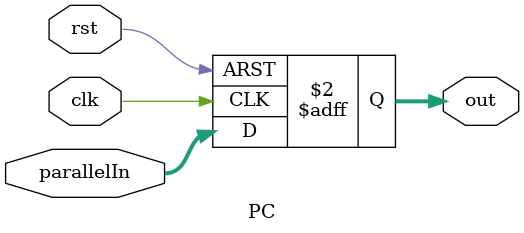
<source format=sv>
`timescale 1ns/1ns
module PC(clk, rst, parallelIn, out);
  input clk, rst;
  input[15:0] parallelIn;
  output reg[15:0] out;
  
  always@(posedge clk, posedge rst) begin
    if(rst) out <= 16'b0;
    else out <= parallelIn;
  end
endmodule
</source>
